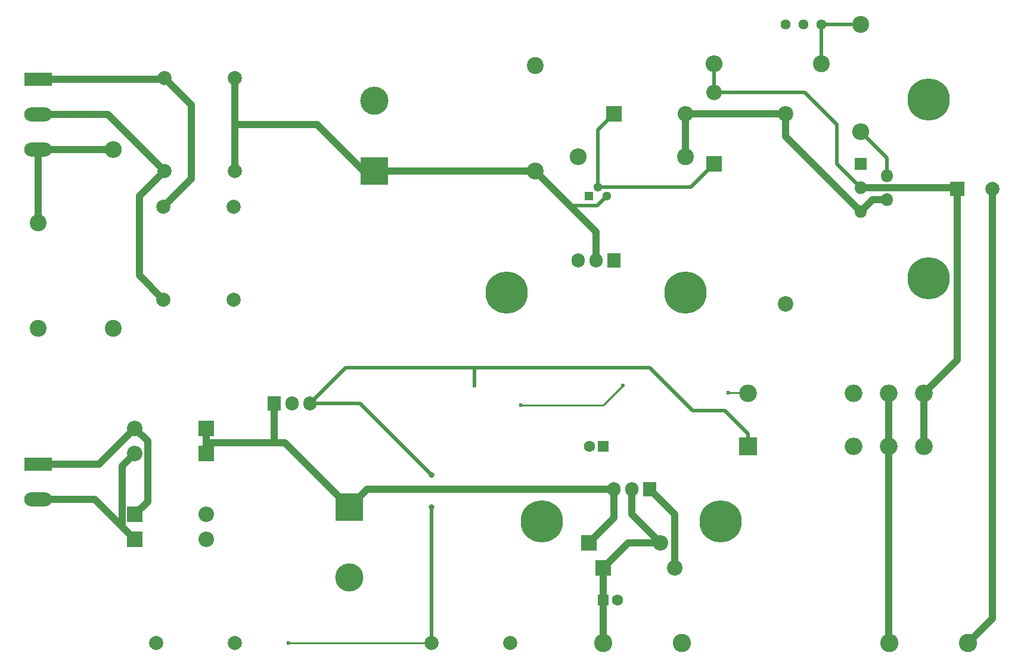
<source format=gbr>
G04 #@! TF.GenerationSoftware,KiCad,Pcbnew,(5.1.9-0-10_14)*
G04 #@! TF.CreationDate,2021-02-01T17:39:14+01:00*
G04 #@! TF.ProjectId,hv-power-supply,68762d70-6f77-4657-922d-737570706c79,rev?*
G04 #@! TF.SameCoordinates,Original*
G04 #@! TF.FileFunction,Copper,L2,Bot*
G04 #@! TF.FilePolarity,Positive*
%FSLAX46Y46*%
G04 Gerber Fmt 4.6, Leading zero omitted, Abs format (unit mm)*
G04 Created by KiCad (PCBNEW (5.1.9-0-10_14)) date 2021-02-01 17:39:14*
%MOMM*%
%LPD*%
G01*
G04 APERTURE LIST*
G04 #@! TA.AperFunction,ComponentPad*
%ADD10O,1.800000X1.800000*%
G04 #@! TD*
G04 #@! TA.AperFunction,ComponentPad*
%ADD11R,1.800000X1.800000*%
G04 #@! TD*
G04 #@! TA.AperFunction,ComponentPad*
%ADD12C,2.000000*%
G04 #@! TD*
G04 #@! TA.AperFunction,ComponentPad*
%ADD13O,1.905000X2.000000*%
G04 #@! TD*
G04 #@! TA.AperFunction,ComponentPad*
%ADD14R,1.905000X2.000000*%
G04 #@! TD*
G04 #@! TA.AperFunction,ComponentPad*
%ADD15C,2.600000*%
G04 #@! TD*
G04 #@! TA.AperFunction,ComponentPad*
%ADD16C,6.000000*%
G04 #@! TD*
G04 #@! TA.AperFunction,ComponentPad*
%ADD17O,2.200000X2.200000*%
G04 #@! TD*
G04 #@! TA.AperFunction,ComponentPad*
%ADD18R,2.200000X2.200000*%
G04 #@! TD*
G04 #@! TA.AperFunction,ComponentPad*
%ADD19C,1.600000*%
G04 #@! TD*
G04 #@! TA.AperFunction,ComponentPad*
%ADD20R,1.600000X1.600000*%
G04 #@! TD*
G04 #@! TA.AperFunction,ComponentPad*
%ADD21C,4.000000*%
G04 #@! TD*
G04 #@! TA.AperFunction,ComponentPad*
%ADD22R,4.000000X4.000000*%
G04 #@! TD*
G04 #@! TA.AperFunction,ComponentPad*
%ADD23O,2.500000X2.500000*%
G04 #@! TD*
G04 #@! TA.AperFunction,ComponentPad*
%ADD24R,2.500000X2.500000*%
G04 #@! TD*
G04 #@! TA.AperFunction,ComponentPad*
%ADD25C,1.440000*%
G04 #@! TD*
G04 #@! TA.AperFunction,ComponentPad*
%ADD26O,2.400000X2.400000*%
G04 #@! TD*
G04 #@! TA.AperFunction,ComponentPad*
%ADD27C,2.400000*%
G04 #@! TD*
G04 #@! TA.AperFunction,ComponentPad*
%ADD28R,1.300000X1.300000*%
G04 #@! TD*
G04 #@! TA.AperFunction,ComponentPad*
%ADD29C,1.300000*%
G04 #@! TD*
G04 #@! TA.AperFunction,ComponentPad*
%ADD30R,2.000000X2.000000*%
G04 #@! TD*
G04 #@! TA.AperFunction,ComponentPad*
%ADD31C,2.200000*%
G04 #@! TD*
G04 #@! TA.AperFunction,ComponentPad*
%ADD32O,3.960000X1.980000*%
G04 #@! TD*
G04 #@! TA.AperFunction,ComponentPad*
%ADD33R,3.960000X1.980000*%
G04 #@! TD*
G04 #@! TA.AperFunction,ViaPad*
%ADD34C,0.600000*%
G04 #@! TD*
G04 #@! TA.AperFunction,ViaPad*
%ADD35C,0.800000*%
G04 #@! TD*
G04 #@! TA.AperFunction,Conductor*
%ADD36C,1.000000*%
G04 #@! TD*
G04 #@! TA.AperFunction,Conductor*
%ADD37C,0.500000*%
G04 #@! TD*
G04 #@! TA.AperFunction,Conductor*
%ADD38C,0.250000*%
G04 #@! TD*
G04 APERTURE END LIST*
D10*
X175768000Y-87064000D03*
X179468000Y-85364000D03*
X175768000Y-83664000D03*
X179468000Y-81964000D03*
D11*
X175768000Y-80264000D03*
D12*
X125984000Y-148336000D03*
X114808000Y-148336000D03*
X75692000Y-148336000D03*
X86868000Y-148336000D03*
D13*
X97536000Y-114300000D03*
X94996000Y-114300000D03*
D14*
X92456000Y-114300000D03*
D13*
X140716000Y-126492000D03*
X143256000Y-126492000D03*
D14*
X145796000Y-126492000D03*
D15*
X150368000Y-148336000D03*
X139192000Y-148336000D03*
D16*
X130429000Y-131064000D03*
X155829000Y-131064000D03*
D17*
X149352000Y-137668000D03*
D18*
X139192000Y-137668000D03*
D17*
X147320000Y-134112000D03*
D18*
X137160000Y-134112000D03*
D19*
X141192000Y-142240000D03*
D20*
X139192000Y-142240000D03*
D19*
X137192000Y-120396000D03*
D20*
X139192000Y-120396000D03*
D21*
X103124000Y-139032000D03*
D22*
X103124000Y-129032000D03*
D23*
X159752000Y-112896000D03*
X174752000Y-112896000D03*
X179752000Y-112896000D03*
X184752000Y-112896000D03*
X184752000Y-120396000D03*
X179752000Y-120396000D03*
X174752000Y-120396000D03*
D24*
X159752000Y-120396000D03*
D15*
X191008000Y-148336000D03*
D25*
X165100000Y-60452000D03*
X167640000Y-60452000D03*
X170180000Y-60452000D03*
D26*
X154940000Y-66040000D03*
D27*
X170180000Y-66040000D03*
D26*
X175768000Y-75692000D03*
D27*
X175768000Y-60452000D03*
D26*
X135636000Y-79248000D03*
D27*
X150876000Y-79248000D03*
D13*
X135636000Y-93980000D03*
X138176000Y-93980000D03*
D14*
X140716000Y-93980000D03*
D28*
X137160000Y-84836000D03*
D29*
X139700000Y-84836000D03*
X138430000Y-83566000D03*
D16*
X185420000Y-71120000D03*
X185420000Y-96520000D03*
X150876000Y-98552000D03*
X125476000Y-98552000D03*
D17*
X154940000Y-70104000D03*
D18*
X154940000Y-80264000D03*
D17*
X150876000Y-73152000D03*
D18*
X140716000Y-73152000D03*
D12*
X194484000Y-83820000D03*
D30*
X189484000Y-83820000D03*
D31*
X165100000Y-100152000D03*
X165100000Y-73152000D03*
D32*
X58928000Y-127936000D03*
D33*
X58928000Y-122936000D03*
D32*
X58928000Y-78232000D03*
X58928000Y-73232000D03*
D33*
X58928000Y-68232000D03*
D26*
X69596000Y-78232000D03*
D27*
X69596000Y-103632000D03*
D15*
X179832000Y-148336000D03*
D17*
X72644000Y-121412000D03*
D18*
X82804000Y-121412000D03*
D17*
X72644000Y-117856000D03*
D18*
X82804000Y-117856000D03*
D17*
X82804000Y-133604000D03*
D18*
X72644000Y-133604000D03*
D17*
X82804000Y-130048000D03*
D18*
X72644000Y-130048000D03*
D27*
X129540000Y-66280000D03*
X129540000Y-81280000D03*
D21*
X106680000Y-71280000D03*
D22*
X106680000Y-81280000D03*
D12*
X76868000Y-81280000D03*
X86868000Y-81280000D03*
X86868000Y-68072000D03*
X76868000Y-68072000D03*
X76708000Y-99568000D03*
X86708000Y-99568000D03*
X86708000Y-86360000D03*
X76708000Y-86360000D03*
D27*
X58928000Y-88632000D03*
X58928000Y-103632000D03*
D34*
X94488000Y-148336000D03*
D35*
X114808000Y-124460000D03*
X114808000Y-129032000D03*
D34*
X120904000Y-111760000D03*
X156972000Y-112776000D03*
X127508000Y-114554000D03*
X141986000Y-111760000D03*
D36*
X58928000Y-78232000D02*
X69596000Y-78232000D01*
X58928000Y-78232000D02*
X58928000Y-88632000D01*
X194484000Y-144860000D02*
X191008000Y-148336000D01*
X194484000Y-83820000D02*
X194484000Y-144860000D01*
X76708000Y-68232000D02*
X76868000Y-68072000D01*
X58928000Y-68232000D02*
X76708000Y-68232000D01*
X76708000Y-86360000D02*
X80645000Y-82423000D01*
X80645000Y-71849000D02*
X76868000Y-68072000D01*
X80645000Y-82423000D02*
X80645000Y-71849000D01*
X68820000Y-73232000D02*
X58928000Y-73232000D01*
X76868000Y-81280000D02*
X68820000Y-73232000D01*
X76708000Y-99568000D02*
X73279000Y-96139000D01*
X73279000Y-84869000D02*
X76868000Y-81280000D01*
X73279000Y-96139000D02*
X73279000Y-84869000D01*
X106680000Y-81280000D02*
X105156000Y-81280000D01*
X98552000Y-74676000D02*
X86868000Y-74676000D01*
X86868000Y-74676000D02*
X86868000Y-81280000D01*
X105156000Y-81280000D02*
X98552000Y-74676000D01*
X86868000Y-68072000D02*
X86868000Y-74676000D01*
X106680000Y-81280000D02*
X129540000Y-81280000D01*
D37*
X129540000Y-81280000D02*
X134493000Y-86233000D01*
X138303000Y-86233000D02*
X139700000Y-84836000D01*
X134493000Y-86233000D02*
X138303000Y-86233000D01*
D36*
X138176000Y-89916000D02*
X129540000Y-81280000D01*
X138176000Y-93980000D02*
X138176000Y-89916000D01*
X177468000Y-85364000D02*
X175768000Y-87064000D01*
X179468000Y-85364000D02*
X177468000Y-85364000D01*
X150876000Y-79248000D02*
X150876000Y-73152000D01*
X150876000Y-73152000D02*
X165100000Y-73152000D01*
X165100000Y-76396000D02*
X175768000Y-87064000D01*
X165100000Y-73152000D02*
X165100000Y-76396000D01*
X175768000Y-83664000D02*
X188820000Y-83664000D01*
X188820000Y-83664000D02*
X189592000Y-84436000D01*
X189484000Y-108164000D02*
X184752000Y-112896000D01*
X189484000Y-83820000D02*
X189484000Y-108164000D01*
X184752000Y-112896000D02*
X184752000Y-120396000D01*
D37*
X154940000Y-66040000D02*
X154940000Y-70104000D01*
X154940000Y-70104000D02*
X167767000Y-70104000D01*
X167767000Y-70104000D02*
X172339000Y-74676000D01*
X172339000Y-80235000D02*
X175768000Y-83664000D01*
X172339000Y-74676000D02*
X172339000Y-80235000D01*
X138430000Y-75438000D02*
X140716000Y-73152000D01*
X138430000Y-83566000D02*
X138430000Y-75438000D01*
X151638000Y-83566000D02*
X138430000Y-83566000D01*
X154940000Y-80264000D02*
X151638000Y-83566000D01*
X179468000Y-79392000D02*
X175768000Y-75692000D01*
X179468000Y-81964000D02*
X179468000Y-79392000D01*
X175768000Y-60452000D02*
X170180000Y-60452000D01*
X170180000Y-60452000D02*
X170180000Y-66040000D01*
D36*
X179752000Y-112896000D02*
X179752000Y-120396000D01*
X179752000Y-148256000D02*
X179832000Y-148336000D01*
X179752000Y-120396000D02*
X179752000Y-148256000D01*
X67564000Y-122936000D02*
X72644000Y-117856000D01*
X58928000Y-122936000D02*
X67564000Y-122936000D01*
X74444001Y-119656001D02*
X72644000Y-117856000D01*
X74444001Y-128247999D02*
X74444001Y-119656001D01*
X72644000Y-130048000D02*
X74444001Y-128247999D01*
X66976000Y-127936000D02*
X72644000Y-133604000D01*
X58928000Y-127936000D02*
X66976000Y-127936000D01*
X70843999Y-131803999D02*
X72644000Y-133604000D01*
X70843999Y-123212001D02*
X70843999Y-131803999D01*
X72644000Y-121412000D02*
X70843999Y-123212001D01*
X140716000Y-130556000D02*
X137160000Y-134112000D01*
X140716000Y-126492000D02*
X140716000Y-130556000D01*
X93980000Y-119888000D02*
X103124000Y-129032000D01*
X82804000Y-117856000D02*
X82804000Y-119888000D01*
X82804000Y-119888000D02*
X82804000Y-121412000D01*
X105664000Y-126492000D02*
X103124000Y-129032000D01*
X140716000Y-126492000D02*
X105664000Y-126492000D01*
X92456000Y-119888000D02*
X93980000Y-119888000D01*
X92456000Y-114300000D02*
X92456000Y-119888000D01*
X82804000Y-119888000D02*
X92456000Y-119888000D01*
X149352000Y-130048000D02*
X149352000Y-137668000D01*
X145796000Y-126492000D02*
X149352000Y-130048000D01*
X143256000Y-130048000D02*
X147320000Y-134112000D01*
X143256000Y-126492000D02*
X143256000Y-130048000D01*
X142748000Y-134112000D02*
X139192000Y-137668000D01*
X147320000Y-134112000D02*
X142748000Y-134112000D01*
X139192000Y-137668000D02*
X139192000Y-142240000D01*
X139192000Y-142240000D02*
X139192000Y-148336000D01*
D38*
X114808000Y-148336000D02*
X94488000Y-148336000D01*
D37*
X104648000Y-114300000D02*
X114808000Y-124460000D01*
X97536000Y-114300000D02*
X104648000Y-114300000D01*
X114808000Y-129032000D02*
X114808000Y-148336000D01*
X159752000Y-120396000D02*
X159752000Y-118604000D01*
X156464000Y-115316000D02*
X151892000Y-115316000D01*
X159752000Y-118604000D02*
X156464000Y-115316000D01*
X151892000Y-115316000D02*
X145796000Y-109220000D01*
X102616000Y-109220000D02*
X97536000Y-114300000D01*
X120904000Y-111760000D02*
X120904000Y-109220000D01*
X120904000Y-109220000D02*
X102616000Y-109220000D01*
X145796000Y-109220000D02*
X120904000Y-109220000D01*
D38*
X159632000Y-112776000D02*
X159752000Y-112896000D01*
X156972000Y-112776000D02*
X159632000Y-112776000D01*
X139192000Y-114554000D02*
X141986000Y-111760000D01*
X127508000Y-114554000D02*
X139192000Y-114554000D01*
M02*

</source>
